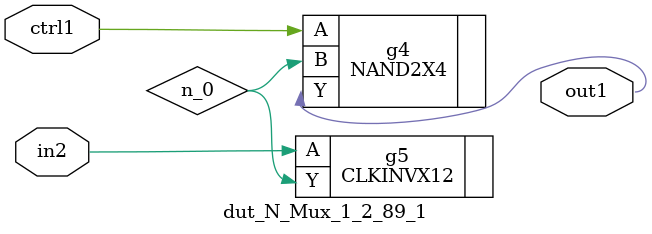
<source format=v>
`timescale 1ps / 1ps


module dut_N_Mux_1_2_89_1(in2, ctrl1, out1);
  input in2, ctrl1;
  output out1;
  wire in2, ctrl1;
  wire out1;
  wire n_0;
  NAND2X4 g4(.A (ctrl1), .B (n_0), .Y (out1));
  CLKINVX12 g5(.A (in2), .Y (n_0));
endmodule



</source>
